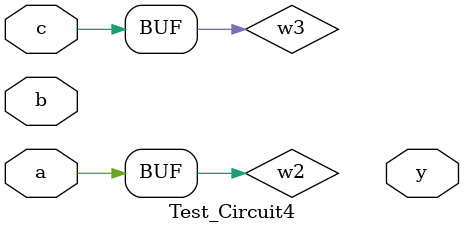
<source format=v>
`timescale 1ns / 1ps


module Test_Circuit4(
input a,b,c, output y
    );
    wire w1,w2,w3;
    nand (w1,a,b);
    buf (w2,a);
    buf (w3,c);
    xnor(out,w1,w2,w3);
endmodule

</source>
